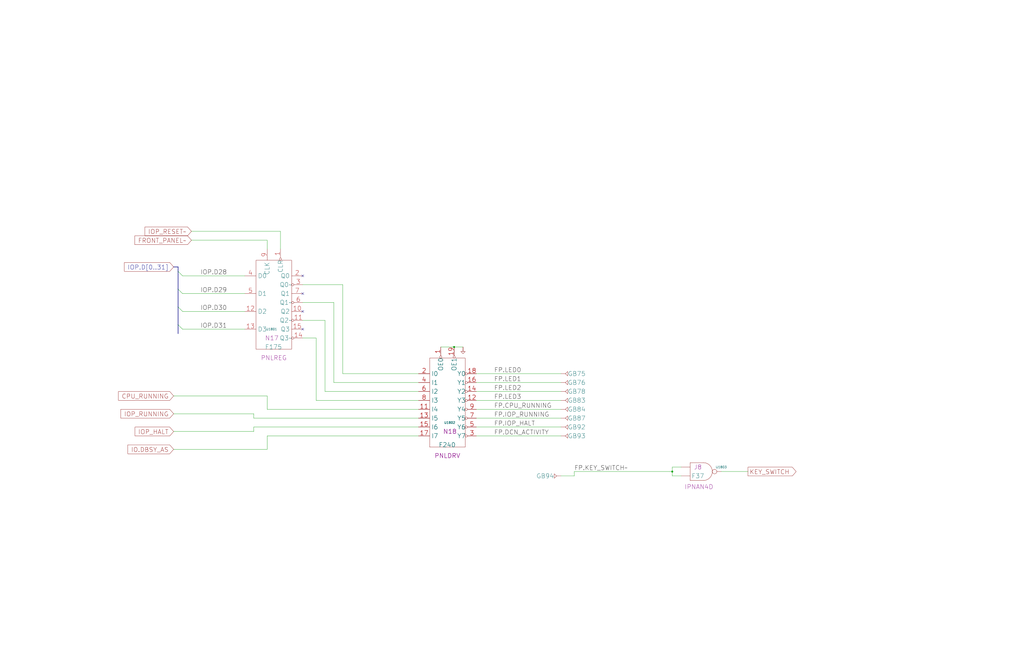
<source format=kicad_sch>
(kicad_sch (version 20230121) (generator eeschema)
  (paper "User" 584.2 378.46)
  (title_block (title "DEVICES\\nFRONT PANEL") (date "22-SEP-90") (rev "2.0") (comment 1 "IOC") (comment 2 "232-003061") (comment 3 "S400") (comment 4 "RELEASED"))
  (lib_symbols
    (symbol "r1000:F175" (pin_names (offset 1.016))
      (property "Reference" "U" (at 2.54 5.08 0))
      (property "Value" "F175" (at -1.27 -5.08 0))
      (property "Location" "___" (at -1.27 0 0))
      (property "Name" "______" (at 3.81 -12.7 0))
      (symbol "F175_1_1"
        (rectangle (start -6.35 44.45) (end 13.97 -6.35))
        (circle (center 7.62 45.085) (radius 0.635))
        (circle (center 14.605 0) (radius 0.635))
        (circle (center 14.605 10.16) (radius 0.635))
        (circle (center 14.605 20.32) (radius 0.635))
        (circle (center 14.605 30.48) (radius 0.635))
        (pin input line (at 7.62 50.8 270) (length 5.08) (name "CLR") (number "1"))
        (pin output line (at 20.32 15.24 180) (length 6.35) (name "Q2") (number "10"))
        (pin output line (at 20.32 10.16 180) (length 5.08) (name "Q2~") (number "11"))
        (pin input line (at -12.7 15.24 0) (length 6.35) (name "D2") (number "12"))
        (pin input line (at -12.7 5.08 0) (length 6.35) (name "D3") (number "13"))
        (pin output line (at 20.32 0 180) (length 5.08) (name "Q3~") (number "14"))
        (pin output line (at 20.32 5.08 180) (length 6.35) (name "Q3") (number "15"))
        (pin output line (at 20.32 35.56 180) (length 6.35) (name "Q0") (number "2"))
        (pin output line (at 20.32 30.48 180) (length 5.08) (name "Q0~") (number "3"))
        (pin input line (at -12.7 35.56 0) (length 6.35) (name "D0") (number "4"))
        (pin input line (at -12.7 25.4 0) (length 6.35) (name "D1") (number "5"))
        (pin output line (at 20.32 20.32 180) (length 5.08) (name "Q1~") (number "6"))
        (pin output line (at 20.32 25.4 180) (length 6.35) (name "Q1") (number "7"))
        (pin input line (at 0 50.8 270) (length 6.35) (name "CLK") (number "9"))
      )
    )
    (symbol "r1000:F240" (pin_names (offset 1.016))
      (property "Reference" "U" (at 2.54 5.08 0))
      (property "Value" "F240" (at -3.81 -7.62 0))
      (property "Location" "___" (at -1.27 0 0))
      (property "Name" "______" (at 1.27 -15.24 0))
      (symbol "F240_1_1"
        (rectangle (start -8.89 41.91) (end 11.43 -8.89))
        (circle (center -2.54 42.545) (radius 0.635))
        (circle (center 5.08 42.545) (radius 0.635))
        (circle (center 12.065 -2.54) (radius 0.635))
        (circle (center 12.065 2.54) (radius 0.635))
        (circle (center 12.065 7.62) (radius 0.635))
        (circle (center 12.065 12.7) (radius 0.635))
        (circle (center 12.065 17.78) (radius 0.635))
        (circle (center 12.065 22.86) (radius 0.635))
        (circle (center 12.065 27.94) (radius 0.635))
        (circle (center 12.065 33.02) (radius 0.635))
        (pin input line (at -2.54 48.26 270) (length 5.08) (name "OE0") (number "1"))
        (pin input line (at -15.24 12.7 0) (length 6.35) (name "I4") (number "11"))
        (pin tri_state line (at 17.78 17.78 180) (length 5.08) (name "Y3") (number "12"))
        (pin input line (at -15.24 7.62 0) (length 6.35) (name "I5") (number "13"))
        (pin tri_state line (at 17.78 22.86 180) (length 5.08) (name "Y2") (number "14"))
        (pin input line (at -15.24 2.54 0) (length 6.35) (name "I6") (number "15"))
        (pin tri_state line (at 17.78 27.94 180) (length 5.08) (name "Y1") (number "16"))
        (pin input line (at -15.24 -2.54 0) (length 6.35) (name "I7") (number "17"))
        (pin tri_state line (at 17.78 33.02 180) (length 5.08) (name "Y0") (number "18"))
        (pin input line (at 5.08 48.26 270) (length 5.08) (name "OE1") (number "19"))
        (pin input line (at -15.24 33.02 0) (length 6.35) (name "I0") (number "2"))
        (pin tri_state line (at 17.78 -2.54 180) (length 5.08) (name "Y7") (number "3"))
        (pin input line (at -15.24 27.94 0) (length 6.35) (name "I1") (number "4"))
        (pin tri_state line (at 17.78 2.54 180) (length 5.08) (name "Y6") (number "5"))
        (pin input line (at -15.24 22.86 0) (length 6.35) (name "I2") (number "6"))
        (pin tri_state line (at 17.78 7.62 180) (length 5.08) (name "Y5") (number "7"))
        (pin input line (at -15.24 17.78 0) (length 6.35) (name "I3") (number "8"))
        (pin tri_state line (at 17.78 12.7 180) (length 5.08) (name "Y4") (number "9"))
      )
    )
    (symbol "r1000:F37" (pin_numbers hide) (pin_names (offset 0) hide)
      (property "Reference" "U" (at 15.24 0 0))
      (property "Value" "F37" (at 1.905 -5.08 0))
      (property "Location" "___" (at 1.905 0 0))
      (property "Name" "______" (at 2.54 -12.7 0))
      (symbol "F37_0_1"
        (polyline (pts (xy -2.54 -7.62) (xy 5.08 -7.62)) (stroke (width 0.1524)))
        (polyline (pts (xy -2.54 2.54) (xy -2.54 -7.62)) (stroke (width 0.1524)))
        (polyline (pts (xy -2.54 2.54) (xy 5.08 2.54)) (stroke (width 0.1524)))
        (arc (start 5.08 -7.62) (mid 10.1282 -2.54) (end 5.08 2.54) (stroke (width 0.1524)))
        (circle (center 11.43 -2.54) (radius 1.27) (stroke (width 0.1524)))
      )
      (symbol "F37_0_2"
        (circle (center -3.81 -5.08) (radius 1.27) (stroke (width 0.1524)))
        (circle (center -3.81 0) (radius 1.27) (stroke (width 0.1524)))
        (arc (start -3.175 -7.62) (mid -2.134 -2.54) (end -3.175 2.54) (stroke (width 0.1524)))
        (polyline (pts (xy -3.175 -7.62) (xy 3.81 -7.62)) (stroke (width 0.1524)))
        (polyline (pts (xy -3.175 2.54) (xy 3.81 2.54)) (stroke (width 0.1524)))
        (arc (start 3.81 -7.62) (mid 7.5855 -5.8306) (end 10.16 -2.54) (stroke (width 0.1524)))
        (arc (start 10.16 -2.54) (mid 7.5827 0.7471) (end 3.81 2.54) (stroke (width 0.1524)))
      )
      (symbol "F37_1_1"
        (pin input line (at -7.62 0 0) (length 5.08) (name "D0") (number "1"))
        (pin input line (at -7.62 -5.08 0) (length 5.08) (name "D1") (number "2"))
        (pin output line (at 15.24 -2.54 180) (length 2.54) (name "Q") (number "3"))
      )
      (symbol "F37_1_2"
        (pin input line (at -7.62 0 0) (length 2.54) (name "D0") (number "1"))
        (pin input line (at -7.62 -5.08 0) (length 2.54) (name "D1") (number "2"))
        (pin output line (at 15.24 -2.54 180) (length 5.08) (name "Q") (number "3"))
      )
    )
    (symbol "r1000:GB" (pin_numbers hide) (pin_names (offset 0) hide)
      (property "Reference" "GB" (at 3.81 0 0))
      (symbol "GB_0_1"
        (polyline (pts (xy 2.54 0) (xy 3.81 1.27) (xy 3.81 -1.27) (xy 2.54 0)) (stroke (width 0.1524)))
      )
      (symbol "GB_1_1"
        (pin bidirectional line (at 0 0 0) (length 2.54) (name "") (number "1"))
      )
    )
    (symbol "r1000:PD" (power) (pin_numbers hide) (pin_names hide) (in_bom no)
      (symbol "PD_0_1"
        (polyline (pts (xy 0 -2.54) (xy 1.27 -2.54) (xy 0 -3.81) (xy -1.27 -2.54) (xy 0 -2.54)) (stroke (width 0.1524)))
      )
      (symbol "PD_1_1"
        (pin power_in line (at 0 0 270) (length 2.54) (name "PD") (number "1"))
      )
    )
  )
  (junction (at 259.08 198.12))
  (junction (at 383.54 269.24))
  (no_connect (at 172.72 177.8))
  (no_connect (at 172.72 187.96))
  (no_connect (at 172.72 167.64))
  (no_connect (at 172.72 157.48))
  (bus_entry (at 101.6 175.26) (size 2.54 2.54))
  (bus_entry (at 101.6 165.1) (size 2.54 2.54))
  (bus_entry (at 101.6 154.94) (size 2.54 2.54))
  (bus_entry (at 101.6 185.42) (size 2.54 2.54))
  (wire (pts (xy 109.22 137.16) (xy 152.4 137.16)))
  (wire (pts (xy 271.78 233.68) (xy 320.04 233.68)))
  (wire (pts (xy 271.78 243.84) (xy 320.04 243.84)))
  (wire (pts (xy 144.78 236.22) (xy 144.78 238.76)))
  (wire (pts (xy 195.58 162.56) (xy 195.58 213.36)))
  (wire (pts (xy 104.14 177.8) (xy 139.7 177.8)))
  (wire (pts (xy 238.76 228.6) (xy 180.34 228.6)))
  (wire (pts (xy 144.78 246.38) (xy 99.06 246.38)))
  (wire (pts (xy 109.22 132.08) (xy 160.02 132.08)))
  (wire (pts (xy 271.78 218.44) (xy 320.04 218.44)))
  (wire (pts (xy 327.66 271.78) (xy 327.66 269.24)))
  (wire (pts (xy 104.14 187.96) (xy 139.7 187.96)))
  (wire (pts (xy 152.4 233.68) (xy 152.4 226.06)))
  (wire (pts (xy 180.34 193.04) (xy 172.72 193.04)))
  (wire (pts (xy 271.78 223.52) (xy 320.04 223.52)))
  (wire (pts (xy 383.54 269.24) (xy 383.54 266.7)))
  (bus (pts (xy 101.6 154.94) (xy 101.6 165.1)))
  (wire (pts (xy 144.78 238.76) (xy 238.76 238.76)))
  (wire (pts (xy 238.76 218.44) (xy 190.5 218.44)))
  (wire (pts (xy 185.42 223.52) (xy 238.76 223.52)))
  (wire (pts (xy 271.78 238.76) (xy 320.04 238.76)))
  (wire (pts (xy 152.4 226.06) (xy 99.06 226.06)))
  (wire (pts (xy 271.78 248.92) (xy 320.04 248.92)))
  (wire (pts (xy 238.76 233.68) (xy 152.4 233.68)))
  (wire (pts (xy 104.14 157.48) (xy 139.7 157.48)))
  (wire (pts (xy 152.4 256.54) (xy 152.4 248.92)))
  (bus (pts (xy 99.06 152.4) (xy 101.6 152.4)))
  (wire (pts (xy 271.78 228.6) (xy 320.04 228.6)))
  (wire (pts (xy 152.4 137.16) (xy 152.4 142.24)))
  (wire (pts (xy 411.48 269.24) (xy 426.72 269.24)))
  (wire (pts (xy 99.06 236.22) (xy 144.78 236.22)))
  (wire (pts (xy 383.54 271.78) (xy 383.54 269.24)))
  (wire (pts (xy 383.54 266.7) (xy 388.62 266.7)))
  (wire (pts (xy 99.06 256.54) (xy 152.4 256.54)))
  (bus (pts (xy 101.6 185.42) (xy 101.6 190.5)))
  (wire (pts (xy 152.4 248.92) (xy 238.76 248.92)))
  (wire (pts (xy 144.78 243.84) (xy 144.78 246.38)))
  (wire (pts (xy 327.66 269.24) (xy 383.54 269.24)))
  (wire (pts (xy 104.14 167.64) (xy 139.7 167.64)))
  (wire (pts (xy 172.72 162.56) (xy 195.58 162.56)))
  (wire (pts (xy 180.34 228.6) (xy 180.34 193.04)))
  (wire (pts (xy 190.5 172.72) (xy 172.72 172.72)))
  (wire (pts (xy 190.5 218.44) (xy 190.5 172.72)))
  (wire (pts (xy 195.58 213.36) (xy 238.76 213.36)))
  (wire (pts (xy 251.46 198.12) (xy 259.08 198.12)))
  (wire (pts (xy 320.04 271.78) (xy 327.66 271.78)))
  (wire (pts (xy 160.02 132.08) (xy 160.02 142.24)))
  (wire (pts (xy 388.62 271.78) (xy 383.54 271.78)))
  (wire (pts (xy 185.42 182.88) (xy 185.42 223.52)))
  (bus (pts (xy 101.6 152.4) (xy 101.6 154.94)))
  (wire (pts (xy 238.76 243.84) (xy 144.78 243.84)))
  (bus (pts (xy 101.6 165.1) (xy 101.6 175.26)))
  (wire (pts (xy 172.72 182.88) (xy 185.42 182.88)))
  (wire (pts (xy 259.08 198.12) (xy 264.16 198.12)))
  (bus (pts (xy 101.6 175.26) (xy 101.6 185.42)))
  (wire (pts (xy 271.78 213.36) (xy 320.04 213.36)))
  (label "FP.LED0" (at 281.94 213.36 0) (effects (font (size 2.54 2.54))))
  (label "FP.KEY_SWITCH~" (at 327.66 269.24 0) (effects (font (size 2.54 2.54))))
  (label "FP.CPU_RUNNING" (at 281.94 233.68 0) (effects (font (size 2.54 2.54))))
  (label "FP.LED1" (at 281.94 218.44 0) (effects (font (size 2.54 2.54))))
  (label "FP.IOP_HALT" (at 281.94 243.84 0) (effects (font (size 2.54 2.54))))
  (label "IOP.D29" (at 114.3 167.64 0) (effects (font (size 2.54 2.54))))
  (label "IOP.D30" (at 114.3 177.8 0) (effects (font (size 2.54 2.54))))
  (label "FP.LED3" (at 281.94 228.6 0) (effects (font (size 2.54 2.54))))
  (label "IOP.D31" (at 114.3 187.96 0) (effects (font (size 2.54 2.54))))
  (label "FP.LED2" (at 281.94 223.52 0) (effects (font (size 2.54 2.54))))
  (label "FP.IOP_RUNNING" (at 281.94 238.76 0) (effects (font (size 2.54 2.54))))
  (label "IOP.D28" (at 114.3 157.48 0) (effects (font (size 2.54 2.54))))
  (label "FP.DCN_ACTIVITY" (at 281.94 248.92 0) (effects (font (size 2.54 2.54))))
  (global_label "IO.DBSY_AS" (shape input) (at 99.06 256.54 180) (effects (font (size 2.54 2.54))) (property "Intersheetrefs" "${INTERSHEET_REFS}" (at 72.5654 256.3813 0) (effects (font (size 1.905 1.905)) (justify right))))
  (global_label "IOP.D[0..31]" (shape input) (at 99.06 152.4 180) (effects (font (size 2.54 2.54))) (property "Intersheetrefs" "${INTERSHEET_REFS}" (at 70.154 152.4 0) (effects (font (size 1.905 1.905)) (justify right))))
  (global_label "KEY_SWITCH" (shape output) (at 426.72 269.24 0) (effects (font (size 2.54 2.54))) (property "Intersheetrefs" "${INTERSHEET_REFS}" (at 454.5451 269.0813 0) (effects (font (size 1.905 1.905)) (justify left))))
  (global_label "IOP_RESET~" (shape input) (at 109.22 132.08 180) (effects (font (size 2.54 2.54))) (property "Intersheetrefs" "${INTERSHEET_REFS}" (at 82.3625 131.9213 0) (effects (font (size 1.905 1.905)) (justify right))))
  (global_label "CPU_RUNNING" (shape input) (at 99.06 226.06 180) (effects (font (size 2.54 2.54))) (property "Intersheetrefs" "${INTERSHEET_REFS}" (at 67.2435 225.9013 0) (effects (font (size 1.905 1.905)) (justify right))))
  (global_label "IOP_HALT" (shape input) (at 99.06 246.38 180) (effects (font (size 2.54 2.54))) (property "Intersheetrefs" "${INTERSHEET_REFS}" (at 76.6778 246.2213 0) (effects (font (size 1.905 1.905)) (justify right))))
  (global_label "IOP_RUNNING" (shape input) (at 99.06 236.22 180) (effects (font (size 2.54 2.54))) (property "Intersheetrefs" "${INTERSHEET_REFS}" (at 68.574 236.0613 0) (effects (font (size 1.905 1.905)) (justify right))))
  (global_label "FRONT_PANEL~" (shape input) (at 109.22 137.16 180) (effects (font (size 2.54 2.54))) (property "Intersheetrefs" "${INTERSHEET_REFS}" (at 76.5568 137.0013 0) (effects (font (size 1.905 1.905)) (justify right))))
  (symbol (lib_id "r1000:GB") (at 320.04 238.76 0) (unit 1)
    (property "Reference" "GB87" (at 323.85 238.76 0) (effects (font (size 2.54 2.54)) (justify left)))
    (property "Value" "GB" (effects hide))
  )
  (symbol (lib_id "r1000:GB") (at 320.04 233.68 0) (unit 1)
    (property "Reference" "GB84" (at 323.85 233.68 0) (effects (font (size 2.54 2.54)) (justify left)))
    (property "Value" "GB" (effects hide))
  )
  (symbol (lib_id "r1000:GB") (at 320.04 248.92 0) (unit 1)
    (property "Reference" "GB93" (at 323.85 248.92 0) (effects (font (size 2.54 2.54)) (justify left)))
    (property "Value" "GB" (effects hide))
  )
  (symbol (lib_id "r1000:GB") (at 320.04 228.6 0) (unit 1)
    (property "Reference" "GB83" (at 323.85 228.6 0) (effects (font (size 2.54 2.54)) (justify left)))
    (property "Value" "GB" (effects hide))
  )
  (symbol (lib_id "r1000:GB") (at 320.04 243.84 0) (unit 1)
    (property "Reference" "GB92" (at 323.85 243.84 0) (effects (font (size 2.54 2.54)) (justify left)))
    (property "Value" "GB" (effects hide))
  )
  (symbol (lib_id "r1000:PD") (at 264.16 198.12 0) (unit 1) (in_bom no)
    (property "Reference" "#PWR01801" (effects hide))
    (property "Value" "PD" (effects hide))
  )
  (symbol (lib_id "r1000:GB") (at 320.04 213.36 0) (unit 1)
    (property "Reference" "GB75" (at 323.85 213.36 0) (effects (font (size 2.54 2.54)) (justify left)))
    (property "Value" "GB" (effects hide))
  )
  (symbol (lib_id "r1000:F175") (at 152.4 193.04 0) (unit 1)
    (property "Reference" "U1801" (at 154.94 187.96 0))
    (property "Value" "F175" (at 151.13 198.12 0) (effects (font (size 2.54 2.54)) (justify left)))
    (property "Location" "N17" (at 151.13 193.04 0) (effects (font (size 2.54 2.54)) (justify left)))
    (property "Name" "PNLREG" (at 156.21 205.74 0) (effects (font (size 2.54 2.54)) (justify bottom)))
  )
  (symbol (lib_id "r1000:GB") (at 320.04 223.52 0) (unit 1)
    (property "Reference" "GB78" (at 323.85 223.52 0) (effects (font (size 2.54 2.54)) (justify left)))
    (property "Value" "GB" (effects hide))
  )
  (symbol (lib_id "r1000:F240") (at 254 246.38 0) (unit 1)
    (property "Reference" "U1802" (at 256.54 241.3 0))
    (property "Value" "F240" (at 250.19 254 0) (effects (font (size 2.54 2.54)) (justify left)))
    (property "Location" "N18" (at 252.73 246.38 0) (effects (font (size 2.54 2.54)) (justify left)))
    (property "Name" "PNLDRV" (at 255.27 261.62 0) (effects (font (size 2.54 2.54)) (justify bottom)))
  )
  (symbol (lib_id "r1000:F37") (at 396.24 266.7 0) (unit 1)
    (property "Reference" "U1803" (at 411.48 266.7 0))
    (property "Value" "F37" (at 398.145 271.78 0) (effects (font (size 2.54 2.54))))
    (property "Location" "J8" (at 398.145 266.7 0) (effects (font (size 2.54 2.54))))
    (property "Name" "IPNAN4D" (at 398.78 279.4 0) (effects (font (size 2.54 2.54)) (justify bottom)))
  )
  (symbol (lib_id "r1000:GB") (at 320.04 218.44 0) (unit 1)
    (property "Reference" "GB76" (at 323.85 218.44 0) (effects (font (size 2.54 2.54)) (justify left)))
    (property "Value" "GB" (effects hide))
  )
  (symbol (lib_id "r1000:GB") (at 320.04 271.78 0) (mirror y) (unit 1)
    (property "Reference" "GB94" (at 316.23 271.78 0) (effects (font (size 2.54 2.54)) (justify left)))
    (property "Value" "GB" (effects hide))
  )
)
</source>
